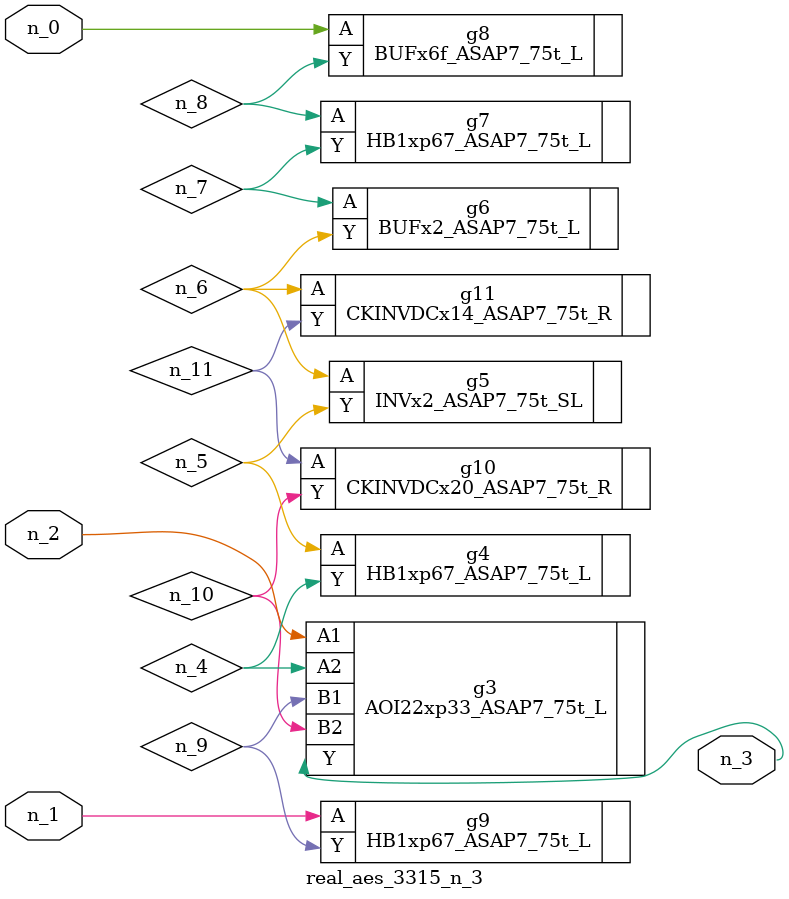
<source format=v>
module real_aes_3315_n_3 (n_0, n_2, n_1, n_3);
input n_0;
input n_2;
input n_1;
output n_3;
wire n_4;
wire n_5;
wire n_7;
wire n_9;
wire n_6;
wire n_8;
wire n_10;
wire n_11;
BUFx6f_ASAP7_75t_L g8 ( .A(n_0), .Y(n_8) );
HB1xp67_ASAP7_75t_L g9 ( .A(n_1), .Y(n_9) );
AOI22xp33_ASAP7_75t_L g3 ( .A1(n_2), .A2(n_4), .B1(n_9), .B2(n_10), .Y(n_3) );
HB1xp67_ASAP7_75t_L g4 ( .A(n_5), .Y(n_4) );
INVx2_ASAP7_75t_SL g5 ( .A(n_6), .Y(n_5) );
CKINVDCx14_ASAP7_75t_R g11 ( .A(n_6), .Y(n_11) );
BUFx2_ASAP7_75t_L g6 ( .A(n_7), .Y(n_6) );
HB1xp67_ASAP7_75t_L g7 ( .A(n_8), .Y(n_7) );
CKINVDCx20_ASAP7_75t_R g10 ( .A(n_11), .Y(n_10) );
endmodule
</source>
